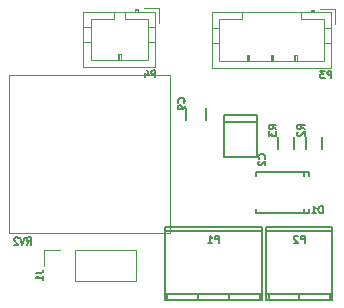
<source format=gbo>
G04 #@! TF.FileFunction,Legend,Bot*
%FSLAX46Y46*%
G04 Gerber Fmt 4.6, Leading zero omitted, Abs format (unit mm)*
G04 Created by KiCad (PCBNEW 4.0.4-1.fc24-product) date Mon Apr 30 10:47:46 2018*
%MOMM*%
%LPD*%
G01*
G04 APERTURE LIST*
%ADD10C,0.100000*%
%ADD11C,0.120000*%
%ADD12C,0.150000*%
G04 APERTURE END LIST*
D10*
D11*
X159749370Y-103850738D02*
X146129370Y-103850738D01*
X159749370Y-117160738D02*
X146129370Y-117160738D01*
X159749370Y-103850738D02*
X159749370Y-117160738D01*
X146129370Y-103850738D02*
X146129370Y-117160738D01*
D12*
X159349810Y-116651938D02*
X167548930Y-116651938D01*
X159349810Y-117050718D02*
X167548930Y-117050718D01*
X159349810Y-122351698D02*
X167548930Y-122351698D01*
X167548930Y-122849538D02*
X159349810Y-122849538D01*
X162148890Y-122351698D02*
X162148890Y-122849538D01*
X167348270Y-122849538D02*
X167348270Y-122351698D01*
X159547930Y-122351698D02*
X159547930Y-122849538D01*
X164747310Y-122849538D02*
X164747310Y-122351698D01*
X159349810Y-122849538D02*
X159349810Y-116651938D01*
X167546390Y-116651938D02*
X167546390Y-122849538D01*
D11*
X158539370Y-98450738D02*
X158539370Y-103150738D01*
X158539370Y-103150738D02*
X152439370Y-103150738D01*
X152439370Y-103150738D02*
X152439370Y-98450738D01*
X152439370Y-98450738D02*
X158539370Y-98450738D01*
X155989370Y-98450738D02*
X155989370Y-99050738D01*
X155989370Y-99050738D02*
X157939370Y-99050738D01*
X157939370Y-99050738D02*
X157939370Y-102550738D01*
X157939370Y-102550738D02*
X153039370Y-102550738D01*
X153039370Y-102550738D02*
X153039370Y-99050738D01*
X153039370Y-99050738D02*
X154989370Y-99050738D01*
X154989370Y-99050738D02*
X154989370Y-98450738D01*
X158539370Y-99750738D02*
X157939370Y-99750738D01*
X158539370Y-101050738D02*
X157939370Y-101050738D01*
X152439370Y-99750738D02*
X153039370Y-99750738D01*
X152439370Y-101050738D02*
X153039370Y-101050738D01*
X156789370Y-98450738D02*
X156789370Y-98250738D01*
X156789370Y-98250738D02*
X157089370Y-98250738D01*
X157089370Y-98250738D02*
X157089370Y-98450738D01*
X156789370Y-98350738D02*
X157089370Y-98350738D01*
X155589370Y-102550738D02*
X155589370Y-102050738D01*
X155589370Y-102050738D02*
X155389370Y-102050738D01*
X155389370Y-102050738D02*
X155389370Y-102550738D01*
X155489370Y-102550738D02*
X155489370Y-102050738D01*
X157589370Y-98150738D02*
X158839370Y-98150738D01*
X158839370Y-98150738D02*
X158839370Y-99400738D01*
X173432033Y-98518381D02*
X173432033Y-103218381D01*
X173432033Y-103218381D02*
X163332033Y-103218381D01*
X163332033Y-103218381D02*
X163332033Y-98518381D01*
X163332033Y-98518381D02*
X173432033Y-98518381D01*
X170882033Y-98518381D02*
X170882033Y-99118381D01*
X170882033Y-99118381D02*
X172832033Y-99118381D01*
X172832033Y-99118381D02*
X172832033Y-102618381D01*
X172832033Y-102618381D02*
X163932033Y-102618381D01*
X163932033Y-102618381D02*
X163932033Y-99118381D01*
X163932033Y-99118381D02*
X165882033Y-99118381D01*
X165882033Y-99118381D02*
X165882033Y-98518381D01*
X173432033Y-99818381D02*
X172832033Y-99818381D01*
X173432033Y-101118381D02*
X172832033Y-101118381D01*
X163332033Y-99818381D02*
X163932033Y-99818381D01*
X163332033Y-101118381D02*
X163932033Y-101118381D01*
X171682033Y-98518381D02*
X171682033Y-98318381D01*
X171682033Y-98318381D02*
X171982033Y-98318381D01*
X171982033Y-98318381D02*
X171982033Y-98518381D01*
X171682033Y-98418381D02*
X171982033Y-98418381D01*
X170482033Y-102618381D02*
X170482033Y-102118381D01*
X170482033Y-102118381D02*
X170282033Y-102118381D01*
X170282033Y-102118381D02*
X170282033Y-102618381D01*
X170382033Y-102618381D02*
X170382033Y-102118381D01*
X168482033Y-102618381D02*
X168482033Y-102118381D01*
X168482033Y-102118381D02*
X168282033Y-102118381D01*
X168282033Y-102118381D02*
X168282033Y-102618381D01*
X168382033Y-102618381D02*
X168382033Y-102118381D01*
X166482033Y-102618381D02*
X166482033Y-102118381D01*
X166482033Y-102118381D02*
X166282033Y-102118381D01*
X166282033Y-102118381D02*
X166282033Y-102618381D01*
X166382033Y-102618381D02*
X166382033Y-102118381D01*
X172482033Y-98218381D02*
X173732033Y-98218381D01*
X173732033Y-98218381D02*
X173732033Y-99468381D01*
D12*
X167920290Y-122351698D02*
X173518450Y-122351698D01*
X173320330Y-122849538D02*
X173320330Y-122351698D01*
X168118410Y-122351698D02*
X168118410Y-122849538D01*
X170719370Y-122849538D02*
X170719370Y-122351698D01*
X173518450Y-117050718D02*
X167920290Y-117050718D01*
X173518450Y-122849538D02*
X167920290Y-122849538D01*
X167920290Y-122849538D02*
X167920290Y-116651938D01*
X167920290Y-116651938D02*
X173518450Y-116651938D01*
X173518450Y-116651938D02*
X173518450Y-122849538D01*
X171314370Y-109100738D02*
X171314370Y-110100738D01*
X172664370Y-110100738D02*
X172664370Y-109100738D01*
X170264370Y-110100738D02*
X170264370Y-109100738D01*
X168914370Y-109100738D02*
X168914370Y-110100738D01*
X171088510Y-115500798D02*
X171088510Y-115150278D01*
X171088510Y-112000678D02*
X171088510Y-112351198D01*
X167038930Y-115500798D02*
X167038930Y-115150278D01*
X171539810Y-115500798D02*
X171539810Y-115150278D01*
X171539810Y-112000678D02*
X171539810Y-112351198D01*
X167038930Y-112000678D02*
X167038930Y-112351198D01*
X171539810Y-115500798D02*
X167038930Y-115500798D01*
X171539810Y-112000678D02*
X167038930Y-112000678D01*
X161139370Y-107600738D02*
X161139370Y-106600738D01*
X162839370Y-106600738D02*
X162839370Y-107600738D01*
D11*
X156859370Y-118620738D02*
X156859370Y-121280738D01*
X151719370Y-118620738D02*
X156859370Y-118620738D01*
X151719370Y-121280738D02*
X156859370Y-121280738D01*
X151719370Y-118620738D02*
X151719370Y-121280738D01*
X150449370Y-118620738D02*
X149119370Y-118620738D01*
X149119370Y-118620738D02*
X149119370Y-119950738D01*
D12*
X167147000Y-107793500D02*
X164353000Y-107793500D01*
X167147000Y-107222000D02*
X167147000Y-110778000D01*
X167147000Y-110778000D02*
X164353000Y-110778000D01*
X164353000Y-110778000D02*
X164353000Y-107222000D01*
X164353000Y-107222000D02*
X167147000Y-107222000D01*
X147646513Y-118172167D02*
X147846513Y-117886452D01*
X147989370Y-118172167D02*
X147989370Y-117572167D01*
X147760798Y-117572167D01*
X147703656Y-117600738D01*
X147675084Y-117629309D01*
X147646513Y-117686452D01*
X147646513Y-117772167D01*
X147675084Y-117829309D01*
X147703656Y-117857881D01*
X147760798Y-117886452D01*
X147989370Y-117886452D01*
X147475084Y-117572167D02*
X147275084Y-118172167D01*
X147075084Y-117572167D01*
X146903655Y-117629309D02*
X146875084Y-117600738D01*
X146817941Y-117572167D01*
X146675084Y-117572167D01*
X146617941Y-117600738D01*
X146589370Y-117629309D01*
X146560798Y-117686452D01*
X146560798Y-117743595D01*
X146589370Y-117829309D01*
X146932227Y-118172167D01*
X146560798Y-118172167D01*
X163932227Y-118022167D02*
X163932227Y-117422167D01*
X163703655Y-117422167D01*
X163646513Y-117450738D01*
X163617941Y-117479309D01*
X163589370Y-117536452D01*
X163589370Y-117622167D01*
X163617941Y-117679309D01*
X163646513Y-117707881D01*
X163703655Y-117736452D01*
X163932227Y-117736452D01*
X163017941Y-118022167D02*
X163360798Y-118022167D01*
X163189370Y-118022167D02*
X163189370Y-117422167D01*
X163246513Y-117507881D01*
X163303655Y-117565024D01*
X163360798Y-117593595D01*
X158532227Y-104022167D02*
X158532227Y-103422167D01*
X158303655Y-103422167D01*
X158246513Y-103450738D01*
X158217941Y-103479309D01*
X158189370Y-103536452D01*
X158189370Y-103622167D01*
X158217941Y-103679309D01*
X158246513Y-103707881D01*
X158303655Y-103736452D01*
X158532227Y-103736452D01*
X157675084Y-103622167D02*
X157675084Y-104022167D01*
X157817941Y-103393595D02*
X157960798Y-103822167D01*
X157589370Y-103822167D01*
X173424890Y-104089810D02*
X173424890Y-103489810D01*
X173196318Y-103489810D01*
X173139176Y-103518381D01*
X173110604Y-103546952D01*
X173082033Y-103604095D01*
X173082033Y-103689810D01*
X173110604Y-103746952D01*
X173139176Y-103775524D01*
X173196318Y-103804095D01*
X173424890Y-103804095D01*
X172882033Y-103489810D02*
X172510604Y-103489810D01*
X172710604Y-103718381D01*
X172624890Y-103718381D01*
X172567747Y-103746952D01*
X172539176Y-103775524D01*
X172510604Y-103832667D01*
X172510604Y-103975524D01*
X172539176Y-104032667D01*
X172567747Y-104061238D01*
X172624890Y-104089810D01*
X172796318Y-104089810D01*
X172853461Y-104061238D01*
X172882033Y-104032667D01*
X171182227Y-118022167D02*
X171182227Y-117422167D01*
X170953655Y-117422167D01*
X170896513Y-117450738D01*
X170867941Y-117479309D01*
X170839370Y-117536452D01*
X170839370Y-117622167D01*
X170867941Y-117679309D01*
X170896513Y-117707881D01*
X170953655Y-117736452D01*
X171182227Y-117736452D01*
X170610798Y-117479309D02*
X170582227Y-117450738D01*
X170525084Y-117422167D01*
X170382227Y-117422167D01*
X170325084Y-117450738D01*
X170296513Y-117479309D01*
X170267941Y-117536452D01*
X170267941Y-117593595D01*
X170296513Y-117679309D01*
X170639370Y-118022167D01*
X170267941Y-118022167D01*
X171160799Y-108400738D02*
X170875084Y-108200738D01*
X171160799Y-108057881D02*
X170560799Y-108057881D01*
X170560799Y-108286453D01*
X170589370Y-108343595D01*
X170617941Y-108372167D01*
X170675084Y-108400738D01*
X170760799Y-108400738D01*
X170817941Y-108372167D01*
X170846513Y-108343595D01*
X170875084Y-108286453D01*
X170875084Y-108057881D01*
X170617941Y-108629310D02*
X170589370Y-108657881D01*
X170560799Y-108715024D01*
X170560799Y-108857881D01*
X170589370Y-108915024D01*
X170617941Y-108943595D01*
X170675084Y-108972167D01*
X170732227Y-108972167D01*
X170817941Y-108943595D01*
X171160799Y-108600738D01*
X171160799Y-108972167D01*
X168760799Y-108400738D02*
X168475084Y-108200738D01*
X168760799Y-108057881D02*
X168160799Y-108057881D01*
X168160799Y-108286453D01*
X168189370Y-108343595D01*
X168217941Y-108372167D01*
X168275084Y-108400738D01*
X168360799Y-108400738D01*
X168417941Y-108372167D01*
X168446513Y-108343595D01*
X168475084Y-108286453D01*
X168475084Y-108057881D01*
X168160799Y-108600738D02*
X168160799Y-108972167D01*
X168389370Y-108772167D01*
X168389370Y-108857881D01*
X168417941Y-108915024D01*
X168446513Y-108943595D01*
X168503656Y-108972167D01*
X168646513Y-108972167D01*
X168703656Y-108943595D01*
X168732227Y-108915024D01*
X168760799Y-108857881D01*
X168760799Y-108686453D01*
X168732227Y-108629310D01*
X168703656Y-108600738D01*
X172682227Y-115522167D02*
X172682227Y-114922167D01*
X172539370Y-114922167D01*
X172453655Y-114950738D01*
X172396513Y-115007881D01*
X172367941Y-115065024D01*
X172339370Y-115179309D01*
X172339370Y-115265024D01*
X172367941Y-115379309D01*
X172396513Y-115436452D01*
X172453655Y-115493595D01*
X172539370Y-115522167D01*
X172682227Y-115522167D01*
X171767941Y-115522167D02*
X172110798Y-115522167D01*
X171939370Y-115522167D02*
X171939370Y-114922167D01*
X171996513Y-115007881D01*
X172053655Y-115065024D01*
X172110798Y-115093595D01*
X160953656Y-106150738D02*
X160982227Y-106122167D01*
X161010799Y-106036453D01*
X161010799Y-105979310D01*
X160982227Y-105893595D01*
X160925084Y-105836453D01*
X160867941Y-105807881D01*
X160753656Y-105779310D01*
X160667941Y-105779310D01*
X160553656Y-105807881D01*
X160496513Y-105836453D01*
X160439370Y-105893595D01*
X160410799Y-105979310D01*
X160410799Y-106036453D01*
X160439370Y-106122167D01*
X160467941Y-106150738D01*
X161010799Y-106436453D02*
X161010799Y-106550738D01*
X160982227Y-106607881D01*
X160953656Y-106636453D01*
X160867941Y-106693595D01*
X160753656Y-106722167D01*
X160525084Y-106722167D01*
X160467941Y-106693595D01*
X160439370Y-106665024D01*
X160410799Y-106607881D01*
X160410799Y-106493595D01*
X160439370Y-106436453D01*
X160467941Y-106407881D01*
X160525084Y-106379310D01*
X160667941Y-106379310D01*
X160725084Y-106407881D01*
X160753656Y-106436453D01*
X160782227Y-106493595D01*
X160782227Y-106607881D01*
X160753656Y-106665024D01*
X160725084Y-106693595D01*
X160667941Y-106722167D01*
X148420799Y-120550738D02*
X148849370Y-120550738D01*
X148935084Y-120522166D01*
X148992227Y-120465023D01*
X149020799Y-120379309D01*
X149020799Y-120322166D01*
X149020799Y-121150738D02*
X149020799Y-120807881D01*
X149020799Y-120979309D02*
X148420799Y-120979309D01*
X148506513Y-120922166D01*
X148563656Y-120865024D01*
X148592227Y-120807881D01*
X167790025Y-110889370D02*
X167818596Y-110860799D01*
X167847168Y-110775085D01*
X167847168Y-110717942D01*
X167818596Y-110632227D01*
X167761453Y-110575085D01*
X167704310Y-110546513D01*
X167590025Y-110517942D01*
X167504310Y-110517942D01*
X167390025Y-110546513D01*
X167332882Y-110575085D01*
X167275739Y-110632227D01*
X167247168Y-110717942D01*
X167247168Y-110775085D01*
X167275739Y-110860799D01*
X167304310Y-110889370D01*
X167304310Y-111117942D02*
X167275739Y-111146513D01*
X167247168Y-111203656D01*
X167247168Y-111346513D01*
X167275739Y-111403656D01*
X167304310Y-111432227D01*
X167361453Y-111460799D01*
X167418596Y-111460799D01*
X167504310Y-111432227D01*
X167847168Y-111089370D01*
X167847168Y-111460799D01*
M02*

</source>
